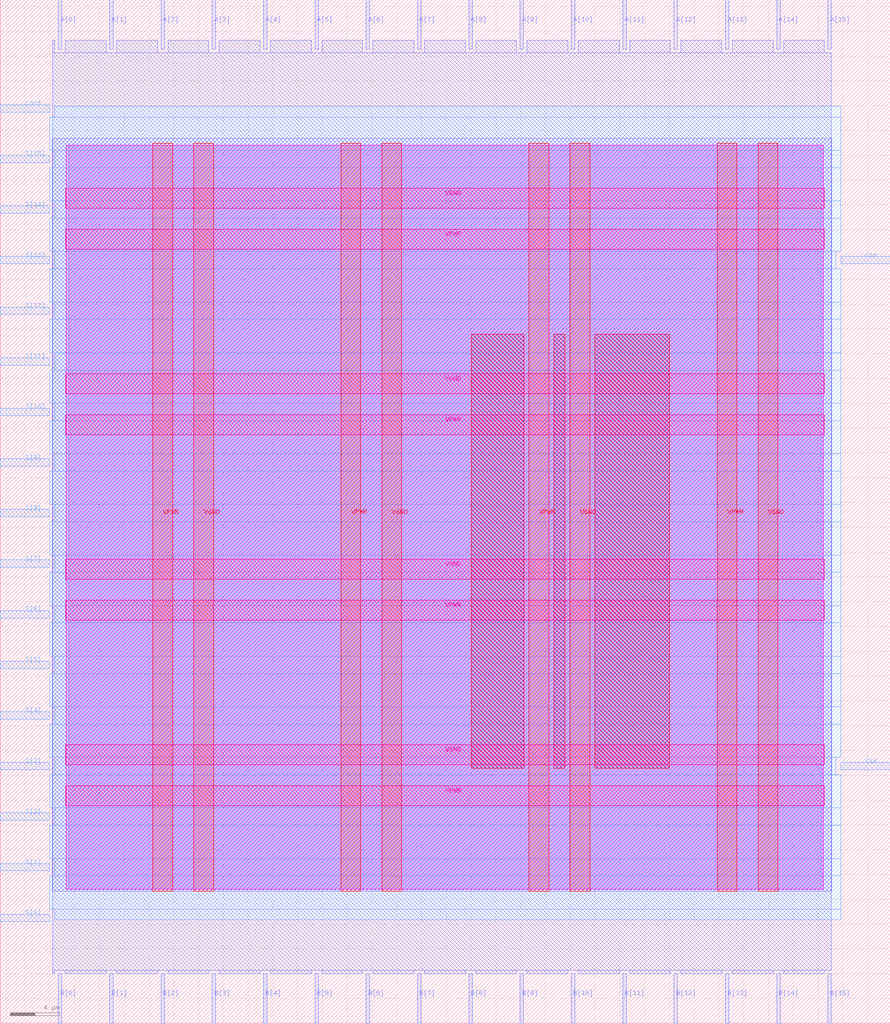
<source format=lef>
VERSION 5.7 ;
  NOWIREEXTENSIONATPIN ON ;
  DIVIDERCHAR "/" ;
  BUSBITCHARS "[]" ;
MACRO fa16
  CLASS BLOCK ;
  FOREIGN fa16 ;
  ORIGIN 0.000 0.000 ;
  SIZE 71.815 BY 82.535 ;
  PIN A[0]
    DIRECTION INPUT ;
    USE SIGNAL ;
    ANTENNAGATEAREA 0.196500 ;
    PORT
      LAYER met2 ;
        RECT 4.690 78.535 4.970 82.535 ;
    END
  END A[0]
  PIN A[10]
    DIRECTION INPUT ;
    USE SIGNAL ;
    ANTENNAGATEAREA 0.196500 ;
    PORT
      LAYER met2 ;
        RECT 46.090 78.535 46.370 82.535 ;
    END
  END A[10]
  PIN A[11]
    DIRECTION INPUT ;
    USE SIGNAL ;
    ANTENNAGATEAREA 0.196500 ;
    PORT
      LAYER met2 ;
        RECT 50.230 78.535 50.510 82.535 ;
    END
  END A[11]
  PIN A[12]
    DIRECTION INPUT ;
    USE SIGNAL ;
    ANTENNAGATEAREA 0.196500 ;
    PORT
      LAYER met2 ;
        RECT 54.370 78.535 54.650 82.535 ;
    END
  END A[12]
  PIN A[13]
    DIRECTION INPUT ;
    USE SIGNAL ;
    ANTENNAGATEAREA 0.196500 ;
    PORT
      LAYER met2 ;
        RECT 58.510 78.535 58.790 82.535 ;
    END
  END A[13]
  PIN A[14]
    DIRECTION INPUT ;
    USE SIGNAL ;
    ANTENNAGATEAREA 0.196500 ;
    PORT
      LAYER met2 ;
        RECT 62.650 78.535 62.930 82.535 ;
    END
  END A[14]
  PIN A[15]
    DIRECTION INPUT ;
    USE SIGNAL ;
    ANTENNAGATEAREA 0.196500 ;
    PORT
      LAYER met2 ;
        RECT 66.790 78.535 67.070 82.535 ;
    END
  END A[15]
  PIN A[1]
    DIRECTION INPUT ;
    USE SIGNAL ;
    ANTENNAGATEAREA 0.196500 ;
    PORT
      LAYER met2 ;
        RECT 8.830 78.535 9.110 82.535 ;
    END
  END A[1]
  PIN A[2]
    DIRECTION INPUT ;
    USE SIGNAL ;
    ANTENNAGATEAREA 0.196500 ;
    PORT
      LAYER met2 ;
        RECT 12.970 78.535 13.250 82.535 ;
    END
  END A[2]
  PIN A[3]
    DIRECTION INPUT ;
    USE SIGNAL ;
    ANTENNAGATEAREA 0.196500 ;
    PORT
      LAYER met2 ;
        RECT 17.110 78.535 17.390 82.535 ;
    END
  END A[3]
  PIN A[4]
    DIRECTION INPUT ;
    USE SIGNAL ;
    ANTENNAGATEAREA 0.196500 ;
    PORT
      LAYER met2 ;
        RECT 21.250 78.535 21.530 82.535 ;
    END
  END A[4]
  PIN A[5]
    DIRECTION INPUT ;
    USE SIGNAL ;
    ANTENNAGATEAREA 0.196500 ;
    PORT
      LAYER met2 ;
        RECT 25.390 78.535 25.670 82.535 ;
    END
  END A[5]
  PIN A[6]
    DIRECTION INPUT ;
    USE SIGNAL ;
    ANTENNAGATEAREA 0.196500 ;
    PORT
      LAYER met2 ;
        RECT 29.530 78.535 29.810 82.535 ;
    END
  END A[6]
  PIN A[7]
    DIRECTION INPUT ;
    USE SIGNAL ;
    ANTENNAGATEAREA 0.196500 ;
    PORT
      LAYER met2 ;
        RECT 33.670 78.535 33.950 82.535 ;
    END
  END A[7]
  PIN A[8]
    DIRECTION INPUT ;
    USE SIGNAL ;
    ANTENNAGATEAREA 0.196500 ;
    PORT
      LAYER met2 ;
        RECT 37.810 78.535 38.090 82.535 ;
    END
  END A[8]
  PIN A[9]
    DIRECTION INPUT ;
    USE SIGNAL ;
    ANTENNAGATEAREA 0.196500 ;
    PORT
      LAYER met2 ;
        RECT 41.950 78.535 42.230 82.535 ;
    END
  END A[9]
  PIN B[0]
    DIRECTION INPUT ;
    USE SIGNAL ;
    ANTENNAGATEAREA 0.196500 ;
    PORT
      LAYER met2 ;
        RECT 4.690 0.000 4.970 4.000 ;
    END
  END B[0]
  PIN B[10]
    DIRECTION INPUT ;
    USE SIGNAL ;
    ANTENNAGATEAREA 0.196500 ;
    PORT
      LAYER met2 ;
        RECT 46.090 0.000 46.370 4.000 ;
    END
  END B[10]
  PIN B[11]
    DIRECTION INPUT ;
    USE SIGNAL ;
    ANTENNAGATEAREA 0.196500 ;
    PORT
      LAYER met2 ;
        RECT 50.230 0.000 50.510 4.000 ;
    END
  END B[11]
  PIN B[12]
    DIRECTION INPUT ;
    USE SIGNAL ;
    ANTENNAGATEAREA 0.196500 ;
    PORT
      LAYER met2 ;
        RECT 54.370 0.000 54.650 4.000 ;
    END
  END B[12]
  PIN B[13]
    DIRECTION INPUT ;
    USE SIGNAL ;
    ANTENNAGATEAREA 0.196500 ;
    PORT
      LAYER met2 ;
        RECT 58.510 0.000 58.790 4.000 ;
    END
  END B[13]
  PIN B[14]
    DIRECTION INPUT ;
    USE SIGNAL ;
    ANTENNAGATEAREA 0.196500 ;
    PORT
      LAYER met2 ;
        RECT 62.650 0.000 62.930 4.000 ;
    END
  END B[14]
  PIN B[15]
    DIRECTION INPUT ;
    USE SIGNAL ;
    ANTENNAGATEAREA 0.196500 ;
    PORT
      LAYER met2 ;
        RECT 66.790 0.000 67.070 4.000 ;
    END
  END B[15]
  PIN B[1]
    DIRECTION INPUT ;
    USE SIGNAL ;
    ANTENNAGATEAREA 0.196500 ;
    PORT
      LAYER met2 ;
        RECT 8.830 0.000 9.110 4.000 ;
    END
  END B[1]
  PIN B[2]
    DIRECTION INPUT ;
    USE SIGNAL ;
    ANTENNAGATEAREA 0.196500 ;
    PORT
      LAYER met2 ;
        RECT 12.970 0.000 13.250 4.000 ;
    END
  END B[2]
  PIN B[3]
    DIRECTION INPUT ;
    USE SIGNAL ;
    ANTENNAGATEAREA 0.196500 ;
    PORT
      LAYER met2 ;
        RECT 17.110 0.000 17.390 4.000 ;
    END
  END B[3]
  PIN B[4]
    DIRECTION INPUT ;
    USE SIGNAL ;
    ANTENNAGATEAREA 0.196500 ;
    PORT
      LAYER met2 ;
        RECT 21.250 0.000 21.530 4.000 ;
    END
  END B[4]
  PIN B[5]
    DIRECTION INPUT ;
    USE SIGNAL ;
    ANTENNAGATEAREA 0.196500 ;
    PORT
      LAYER met2 ;
        RECT 25.390 0.000 25.670 4.000 ;
    END
  END B[5]
  PIN B[6]
    DIRECTION INPUT ;
    USE SIGNAL ;
    ANTENNAGATEAREA 0.196500 ;
    PORT
      LAYER met2 ;
        RECT 29.530 0.000 29.810 4.000 ;
    END
  END B[6]
  PIN B[7]
    DIRECTION INPUT ;
    USE SIGNAL ;
    ANTENNAGATEAREA 0.196500 ;
    PORT
      LAYER met2 ;
        RECT 33.670 0.000 33.950 4.000 ;
    END
  END B[7]
  PIN B[8]
    DIRECTION INPUT ;
    USE SIGNAL ;
    ANTENNAGATEAREA 0.196500 ;
    PORT
      LAYER met2 ;
        RECT 37.810 0.000 38.090 4.000 ;
    END
  END B[8]
  PIN B[9]
    DIRECTION INPUT ;
    USE SIGNAL ;
    ANTENNAGATEAREA 0.196500 ;
    PORT
      LAYER met2 ;
        RECT 41.950 0.000 42.230 4.000 ;
    END
  END B[9]
  PIN CLK
    DIRECTION INPUT ;
    USE SIGNAL ;
    ANTENNAGATEAREA 0.852000 ;
    PORT
      LAYER met3 ;
        RECT 67.815 20.440 71.815 21.040 ;
    END
  END CLK
  PIN Cin
    DIRECTION INPUT ;
    USE SIGNAL ;
    ANTENNAGATEAREA 0.196500 ;
    PORT
      LAYER met3 ;
        RECT 67.815 61.240 71.815 61.840 ;
    END
  END Cin
  PIN Cout
    DIRECTION OUTPUT ;
    USE SIGNAL ;
    ANTENNADIFFAREA 0.340600 ;
    PORT
      LAYER met3 ;
        RECT 0.000 73.480 4.000 74.080 ;
    END
  END Cout
  PIN S[0]
    DIRECTION OUTPUT ;
    USE SIGNAL ;
    ANTENNADIFFAREA 0.340600 ;
    PORT
      LAYER met3 ;
        RECT 0.000 8.200 4.000 8.800 ;
    END
  END S[0]
  PIN S[10]
    DIRECTION OUTPUT ;
    USE SIGNAL ;
    ANTENNADIFFAREA 0.340600 ;
    PORT
      LAYER met3 ;
        RECT 0.000 49.000 4.000 49.600 ;
    END
  END S[10]
  PIN S[11]
    DIRECTION OUTPUT ;
    USE SIGNAL ;
    ANTENNADIFFAREA 0.340600 ;
    PORT
      LAYER met3 ;
        RECT 0.000 53.080 4.000 53.680 ;
    END
  END S[11]
  PIN S[12]
    DIRECTION OUTPUT ;
    USE SIGNAL ;
    ANTENNADIFFAREA 0.340600 ;
    PORT
      LAYER met3 ;
        RECT 0.000 57.160 4.000 57.760 ;
    END
  END S[12]
  PIN S[13]
    DIRECTION OUTPUT ;
    USE SIGNAL ;
    ANTENNADIFFAREA 0.340600 ;
    PORT
      LAYER met3 ;
        RECT 0.000 61.240 4.000 61.840 ;
    END
  END S[13]
  PIN S[14]
    DIRECTION OUTPUT ;
    USE SIGNAL ;
    ANTENNADIFFAREA 0.340600 ;
    PORT
      LAYER met3 ;
        RECT 0.000 65.320 4.000 65.920 ;
    END
  END S[14]
  PIN S[15]
    DIRECTION OUTPUT ;
    USE SIGNAL ;
    ANTENNADIFFAREA 0.340600 ;
    PORT
      LAYER met3 ;
        RECT 0.000 69.400 4.000 70.000 ;
    END
  END S[15]
  PIN S[1]
    DIRECTION OUTPUT ;
    USE SIGNAL ;
    ANTENNADIFFAREA 0.340600 ;
    PORT
      LAYER met3 ;
        RECT 0.000 12.280 4.000 12.880 ;
    END
  END S[1]
  PIN S[2]
    DIRECTION OUTPUT ;
    USE SIGNAL ;
    ANTENNADIFFAREA 0.340600 ;
    PORT
      LAYER met3 ;
        RECT 0.000 16.360 4.000 16.960 ;
    END
  END S[2]
  PIN S[3]
    DIRECTION OUTPUT ;
    USE SIGNAL ;
    ANTENNADIFFAREA 0.340600 ;
    PORT
      LAYER met3 ;
        RECT 0.000 20.440 4.000 21.040 ;
    END
  END S[3]
  PIN S[4]
    DIRECTION OUTPUT ;
    USE SIGNAL ;
    ANTENNADIFFAREA 0.340600 ;
    PORT
      LAYER met3 ;
        RECT 0.000 24.520 4.000 25.120 ;
    END
  END S[4]
  PIN S[5]
    DIRECTION OUTPUT ;
    USE SIGNAL ;
    ANTENNADIFFAREA 0.340600 ;
    PORT
      LAYER met3 ;
        RECT 0.000 28.600 4.000 29.200 ;
    END
  END S[5]
  PIN S[6]
    DIRECTION OUTPUT ;
    USE SIGNAL ;
    ANTENNADIFFAREA 0.340600 ;
    PORT
      LAYER met3 ;
        RECT 0.000 32.680 4.000 33.280 ;
    END
  END S[6]
  PIN S[7]
    DIRECTION OUTPUT ;
    USE SIGNAL ;
    ANTENNADIFFAREA 0.340600 ;
    PORT
      LAYER met3 ;
        RECT 0.000 36.760 4.000 37.360 ;
    END
  END S[7]
  PIN S[8]
    DIRECTION OUTPUT ;
    USE SIGNAL ;
    ANTENNADIFFAREA 0.340600 ;
    PORT
      LAYER met3 ;
        RECT 0.000 40.840 4.000 41.440 ;
    END
  END S[8]
  PIN S[9]
    DIRECTION OUTPUT ;
    USE SIGNAL ;
    ANTENNADIFFAREA 0.340600 ;
    PORT
      LAYER met3 ;
        RECT 0.000 44.920 4.000 45.520 ;
    END
  END S[9]
  PIN VGND
    DIRECTION INOUT ;
    USE GROUND ;
    PORT
      LAYER met4 ;
        RECT 15.610 10.640 17.210 70.960 ;
    END
    PORT
      LAYER met4 ;
        RECT 30.790 10.640 32.390 70.960 ;
    END
    PORT
      LAYER met4 ;
        RECT 45.970 10.640 47.570 70.960 ;
    END
    PORT
      LAYER met4 ;
        RECT 61.150 10.640 62.750 70.960 ;
    END
    PORT
      LAYER met5 ;
        RECT 5.280 20.855 66.480 22.455 ;
    END
    PORT
      LAYER met5 ;
        RECT 5.280 35.810 66.480 37.410 ;
    END
    PORT
      LAYER met5 ;
        RECT 5.280 50.765 66.480 52.365 ;
    END
    PORT
      LAYER met5 ;
        RECT 5.280 65.720 66.480 67.320 ;
    END
  END VGND
  PIN VPWR
    DIRECTION INOUT ;
    USE POWER ;
    PORT
      LAYER met4 ;
        RECT 12.310 10.640 13.910 70.960 ;
    END
    PORT
      LAYER met4 ;
        RECT 27.490 10.640 29.090 70.960 ;
    END
    PORT
      LAYER met4 ;
        RECT 42.670 10.640 44.270 70.960 ;
    END
    PORT
      LAYER met4 ;
        RECT 57.850 10.640 59.450 70.960 ;
    END
    PORT
      LAYER met5 ;
        RECT 5.280 17.555 66.480 19.155 ;
    END
    PORT
      LAYER met5 ;
        RECT 5.280 32.510 66.480 34.110 ;
    END
    PORT
      LAYER met5 ;
        RECT 5.280 47.465 66.480 49.065 ;
    END
    PORT
      LAYER met5 ;
        RECT 5.280 62.420 66.480 64.020 ;
    END
  END VPWR
  OBS
      LAYER nwell ;
        RECT 5.330 10.795 66.430 70.805 ;
      LAYER li1 ;
        RECT 5.520 10.795 66.240 70.805 ;
      LAYER met1 ;
        RECT 4.210 10.640 67.090 71.360 ;
      LAYER met2 ;
        RECT 4.230 78.255 4.410 79.290 ;
        RECT 5.250 78.255 8.550 79.290 ;
        RECT 9.390 78.255 12.690 79.290 ;
        RECT 13.530 78.255 16.830 79.290 ;
        RECT 17.670 78.255 20.970 79.290 ;
        RECT 21.810 78.255 25.110 79.290 ;
        RECT 25.950 78.255 29.250 79.290 ;
        RECT 30.090 78.255 33.390 79.290 ;
        RECT 34.230 78.255 37.530 79.290 ;
        RECT 38.370 78.255 41.670 79.290 ;
        RECT 42.510 78.255 45.810 79.290 ;
        RECT 46.650 78.255 49.950 79.290 ;
        RECT 50.790 78.255 54.090 79.290 ;
        RECT 54.930 78.255 58.230 79.290 ;
        RECT 59.070 78.255 62.370 79.290 ;
        RECT 63.210 78.255 66.510 79.290 ;
        RECT 4.230 4.280 67.060 78.255 ;
        RECT 4.230 4.000 4.410 4.280 ;
        RECT 5.250 4.000 8.550 4.280 ;
        RECT 9.390 4.000 12.690 4.280 ;
        RECT 13.530 4.000 16.830 4.280 ;
        RECT 17.670 4.000 20.970 4.280 ;
        RECT 21.810 4.000 25.110 4.280 ;
        RECT 25.950 4.000 29.250 4.280 ;
        RECT 30.090 4.000 33.390 4.280 ;
        RECT 34.230 4.000 37.530 4.280 ;
        RECT 38.370 4.000 41.670 4.280 ;
        RECT 42.510 4.000 45.810 4.280 ;
        RECT 46.650 4.000 49.950 4.280 ;
        RECT 50.790 4.000 54.090 4.280 ;
        RECT 54.930 4.000 58.230 4.280 ;
        RECT 59.070 4.000 62.370 4.280 ;
        RECT 63.210 4.000 66.510 4.280 ;
      LAYER met3 ;
        RECT 4.400 73.080 67.815 73.945 ;
        RECT 3.990 70.400 67.815 73.080 ;
        RECT 4.400 69.000 67.815 70.400 ;
        RECT 3.990 66.320 67.815 69.000 ;
        RECT 4.400 64.920 67.815 66.320 ;
        RECT 3.990 62.240 67.815 64.920 ;
        RECT 4.400 60.840 67.415 62.240 ;
        RECT 3.990 58.160 67.815 60.840 ;
        RECT 4.400 56.760 67.815 58.160 ;
        RECT 3.990 54.080 67.815 56.760 ;
        RECT 4.400 52.680 67.815 54.080 ;
        RECT 3.990 50.000 67.815 52.680 ;
        RECT 4.400 48.600 67.815 50.000 ;
        RECT 3.990 45.920 67.815 48.600 ;
        RECT 4.400 44.520 67.815 45.920 ;
        RECT 3.990 41.840 67.815 44.520 ;
        RECT 4.400 40.440 67.815 41.840 ;
        RECT 3.990 37.760 67.815 40.440 ;
        RECT 4.400 36.360 67.815 37.760 ;
        RECT 3.990 33.680 67.815 36.360 ;
        RECT 4.400 32.280 67.815 33.680 ;
        RECT 3.990 29.600 67.815 32.280 ;
        RECT 4.400 28.200 67.815 29.600 ;
        RECT 3.990 25.520 67.815 28.200 ;
        RECT 4.400 24.120 67.815 25.520 ;
        RECT 3.990 21.440 67.815 24.120 ;
        RECT 4.400 20.040 67.415 21.440 ;
        RECT 3.990 17.360 67.815 20.040 ;
        RECT 4.400 15.960 67.815 17.360 ;
        RECT 3.990 13.280 67.815 15.960 ;
        RECT 4.400 11.880 67.815 13.280 ;
        RECT 3.990 9.200 67.815 11.880 ;
        RECT 4.400 8.335 67.815 9.200 ;
      LAYER met4 ;
        RECT 38.015 20.575 42.270 55.585 ;
        RECT 44.670 20.575 45.570 55.585 ;
        RECT 47.970 20.575 53.985 55.585 ;
  END
END fa16
END LIBRARY


</source>
